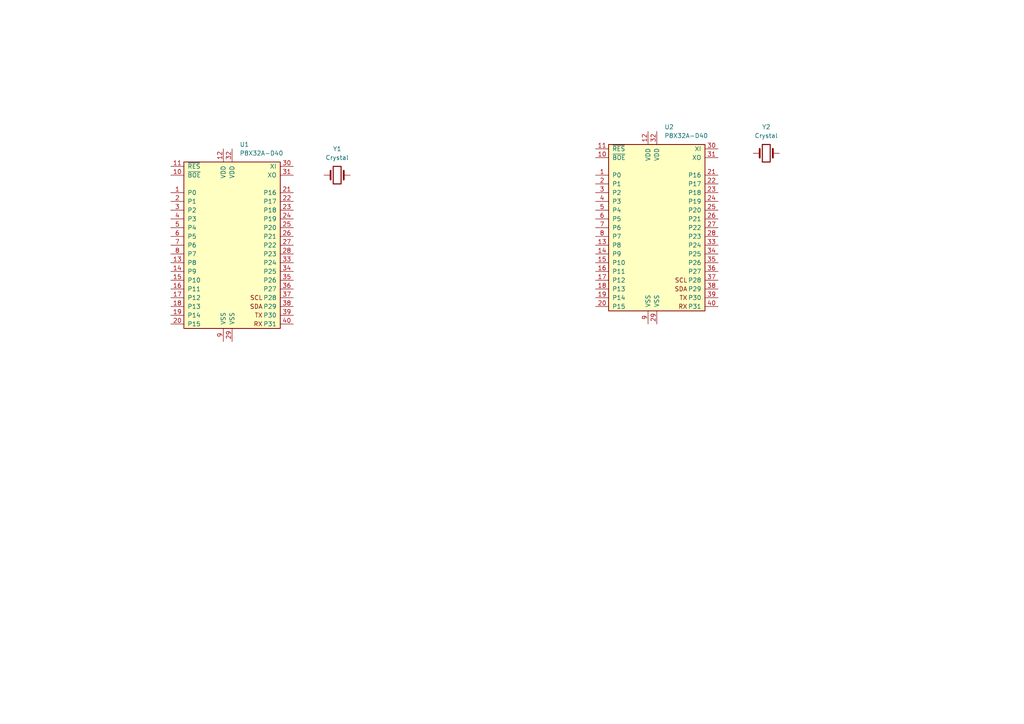
<source format=kicad_sch>
(kicad_sch (version 20230121) (generator eeschema)
  (paper "A4")
  (title_block (title "JCAP - JAMMA Customer Arcade Project") (date "2023-08-31") (rev "v01") (comment 4 "Name: Connor Spangler"))
  (lib_symbols
    (symbol "Device:Crystal" (pin_numbers hide) (pin_names (offset 1.016) hide)
      (property "Reference" "Y" (at 0 3.81 0))
      (property "Value" "Crystal" (at 0 -3.81 0))
      (symbol "Crystal_0_1"
        (rectangle (start -1.143 2.54) (end 1.143 -2.54) (stroke (width 0.3048)))
        (polyline (pts (xy -2.54 0) (xy -1.905 0)))
        (polyline (pts (xy -1.905 -1.27) (xy -1.905 1.27)) (stroke (width 0.508)))
        (polyline (pts (xy 1.905 -1.27) (xy 1.905 1.27)) (stroke (width 0.508)))
        (polyline (pts (xy 2.54 0) (xy 1.905 0)))
      )
      (symbol "Crystal_1_1"
        (pin passive line (at -3.81 0 0) (length 1.27) (name "1") (number "1"))
        (pin passive line (at 3.81 0 180) (length 1.27) (name "2") (number "2"))
      )
    )
    (symbol "MCU_Parallax:P8X32A-D40" (pin_names (offset 1.016))
      (property "Reference" "U" (at -13.97 25.4 0))
      (property "Value" "P8X32A-D40" (at 1.27 25.4 0))
      (symbol "P8X32A-D40_0_1"
        (rectangle (start -13.97 24.13) (end 13.97 -24.13) (stroke (width 0.254)) (fill (type background)))
        (text "RX" (at 8.89 -22.86 0) (effects (font (size 1.27 1.27)) (justify right)))
        (text "SCL" (at 8.89 -15.24 0) (effects (font (size 1.27 1.27)) (justify right)))
        (text "SDA" (at 8.89 -17.78 0) (effects (font (size 1.27 1.27)) (justify right)))
        (text "TX" (at 8.89 -20.32 0) (effects (font (size 1.27 1.27)) (justify right)))
        (pin bidirectional line (at -17.78 15.24 0) (length 3.81) (name "P0") (number "1"))
        (pin input line (at -17.78 20.32 0) (length 3.81) (name "~{BOE}") (number "10"))
        (pin bidirectional line (at -17.78 22.86 0) (length 3.81) (name "~{RES}") (number "11"))
        (pin power_in line (at -2.54 27.94 270) (length 3.81) (name "VDD") (number "12"))
        (pin bidirectional line (at -17.78 -5.08 0) (length 3.81) (name "P8") (number "13"))
        (pin bidirectional line (at -17.78 -7.62 0) (length 3.81) (name "P9") (number "14"))
        (pin bidirectional line (at -17.78 -10.16 0) (length 3.81) (name "P10") (number "15"))
        (pin bidirectional line (at -17.78 -12.7 0) (length 3.81) (name "P11") (number "16"))
        (pin bidirectional line (at -17.78 -15.24 0) (length 3.81) (name "P12") (number "17"))
        (pin bidirectional line (at -17.78 -17.78 0) (length 3.81) (name "P13") (number "18"))
        (pin bidirectional line (at -17.78 -20.32 0) (length 3.81) (name "P14") (number "19"))
        (pin bidirectional line (at -17.78 12.7 0) (length 3.81) (name "P1") (number "2"))
        (pin bidirectional line (at -17.78 -22.86 0) (length 3.81) (name "P15") (number "20"))
        (pin bidirectional line (at 17.78 15.24 180) (length 3.81) (name "P16") (number "21"))
        (pin bidirectional line (at 17.78 12.7 180) (length 3.81) (name "P17") (number "22"))
        (pin bidirectional line (at 17.78 10.16 180) (length 3.81) (name "P18") (number "23"))
        (pin bidirectional line (at 17.78 7.62 180) (length 3.81) (name "P19") (number "24"))
        (pin bidirectional line (at 17.78 5.08 180) (length 3.81) (name "P20") (number "25"))
        (pin bidirectional line (at 17.78 2.54 180) (length 3.81) (name "P21") (number "26"))
        (pin bidirectional line (at 17.78 0 180) (length 3.81) (name "P22") (number "27"))
        (pin bidirectional line (at 17.78 -2.54 180) (length 3.81) (name "P23") (number "28"))
        (pin power_in line (at 0 -27.94 90) (length 3.81) (name "VSS") (number "29"))
        (pin bidirectional line (at -17.78 10.16 0) (length 3.81) (name "P2") (number "3"))
        (pin input line (at 17.78 22.86 180) (length 3.81) (name "XI") (number "30"))
        (pin output line (at 17.78 20.32 180) (length 3.81) (name "XO") (number "31"))
        (pin power_in line (at 0 27.94 270) (length 3.81) (name "VDD") (number "32"))
        (pin bidirectional line (at 17.78 -5.08 180) (length 3.81) (name "P24") (number "33"))
        (pin bidirectional line (at 17.78 -7.62 180) (length 3.81) (name "P25") (number "34"))
        (pin bidirectional line (at 17.78 -10.16 180) (length 3.81) (name "P26") (number "35"))
        (pin bidirectional line (at 17.78 -12.7 180) (length 3.81) (name "P27") (number "36"))
        (pin bidirectional line (at 17.78 -15.24 180) (length 3.81) (name "P28") (number "37"))
        (pin bidirectional line (at 17.78 -17.78 180) (length 3.81) (name "P29") (number "38"))
        (pin bidirectional line (at 17.78 -20.32 180) (length 3.81) (name "P30") (number "39"))
        (pin bidirectional line (at -17.78 7.62 0) (length 3.81) (name "P3") (number "4"))
        (pin bidirectional line (at 17.78 -22.86 180) (length 3.81) (name "P31") (number "40"))
        (pin bidirectional line (at -17.78 5.08 0) (length 3.81) (name "P4") (number "5"))
        (pin bidirectional line (at -17.78 2.54 0) (length 3.81) (name "P5") (number "6"))
        (pin bidirectional line (at -17.78 0 0) (length 3.81) (name "P6") (number "7"))
        (pin bidirectional line (at -17.78 -2.54 0) (length 3.81) (name "P7") (number "8"))
        (pin power_in line (at -2.54 -27.94 90) (length 3.81) (name "VSS") (number "9"))
      )
    )
  )
  (symbol (lib_id "MCU_Parallax:P8X32A-D40") (at 190.5 66.04 0) (unit 1)
    (property "Reference" "U2" (at 192.6941 36.83 0) (effects (justify left)))
    (property "Value" "P8X32A-D40" (at 192.6941 39.37 0) (effects (justify left)))
    (property "Footprint" "Package_DIP:DIP-40_W15.24mm_Socket" (effects hide))
    (property "Datasheet" "https://www.parallax.com/sites/default/files/downloads/P8X32A-Propeller-Datasheet-v1.4.0_0.pdf" (effects hide))
  )
  (symbol (lib_id "MCU_Parallax:P8X32A-D40") (at 67.31 71.12 0) (unit 1)
    (property "Reference" "U1" (at 69.5041 41.91 0) (effects (justify left)))
    (property "Value" "P8X32A-D40" (at 69.5041 44.45 0) (effects (justify left)))
    (property "Footprint" "Package_DIP:DIP-40_W15.24mm_Socket" (effects hide))
    (property "Datasheet" "https://www.parallax.com/sites/default/files/downloads/P8X32A-Propeller-Datasheet-v1.4.0_0.pdf" (effects hide))
  )
  (symbol (lib_id "Device:Crystal") (at 222.25 44.45 0) (unit 1)
    (property "Reference" "Y2" (at 222.25 36.83 0))
    (property "Value" "Crystal" (at 222.25 39.37 0))
  )
  (symbol (lib_id "Device:Crystal") (at 97.79 50.8 0) (unit 1)
    (property "Reference" "Y1" (at 97.79 43.18 0))
    (property "Value" "Crystal" (at 97.79 45.72 0))
    (property "Footprint" "Crystal:Crystal_HC49-U_Vertical" (effects hide))
  )
)
</source>
